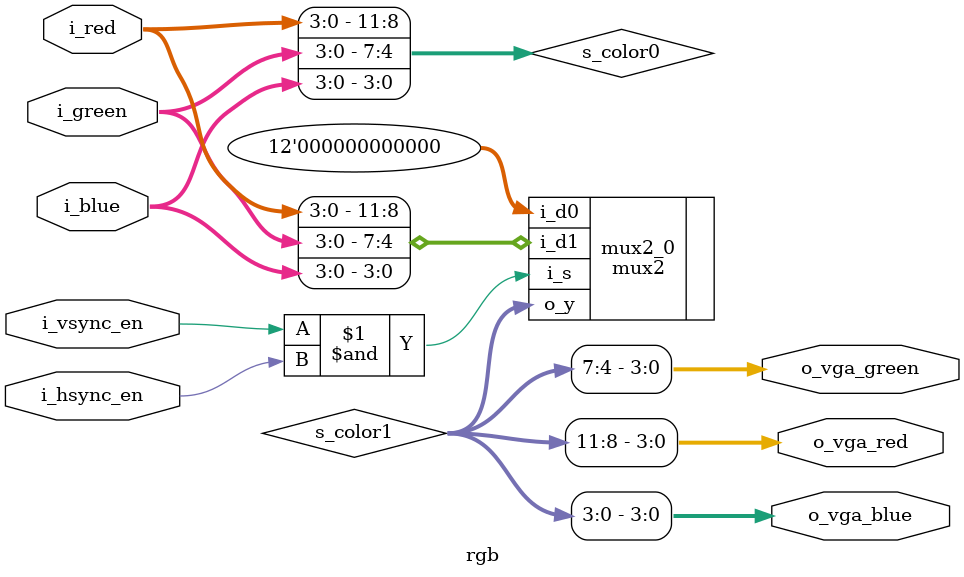
<source format=v>
`ifndef rgb
`define rgb

`include "mux2.v"
  
module rgb (
  input wire i_vsync_en, i_hsync_en,
  input wire [3:0] i_red, i_green, i_blue,
  output wire [3:0] o_vga_red, o_vga_green, o_vga_blue
);

  localparam WIDTH = 4;
  wire [11:0] s_color0, s_color1;

  assign s_color0 = {i_red, i_green, i_blue};

  mux2 #(WIDTH*3) mux2_0(
    .i_d0(12'h000),
    .i_d1(s_color0),
    .i_s(i_vsync_en & i_hsync_en),
    .o_y(s_color1)
  );

  assign o_vga_red = s_color1[11:8];
  assign o_vga_green = s_color1[7:4];
  assign o_vga_blue = s_color1[3:0];

endmodule

`endif

</source>
